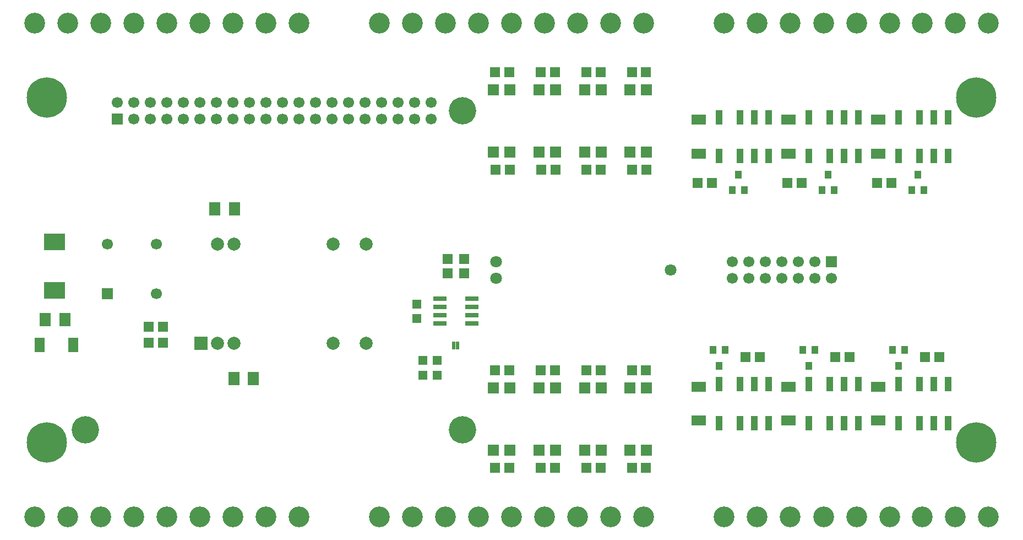
<source format=gts>
%FSLAX44Y44*%
%MOMM*%
G71*
G01*
G75*
G04 Layer_Color=8388736*
%ADD10R,1.3000X1.3000*%
%ADD11R,0.8500X1.0000*%
%ADD12R,0.8500X1.0000*%
%ADD13R,1.9998X1.3995*%
%ADD14R,1.9998X1.3995*%
%ADD15R,3.1000X2.3000*%
%ADD16R,1.6000X1.8000*%
%ADD17R,1.3000X1.3000*%
%ADD18R,1.8000X0.4995*%
%ADD19R,1.2700X1.2700*%
%ADD20R,1.2700X1.2700*%
%ADD21R,0.3000X1.0000*%
%ADD22R,1.5000X1.5000*%
%ADD23R,0.8000X2.0000*%
%ADD24R,1.3995X1.9998*%
%ADD25R,1.3995X1.9998*%
%ADD26C,0.3000*%
%ADD27C,0.4000*%
%ADD28C,0.5000*%
%ADD29C,0.2000*%
%ADD30C,1.5000*%
%ADD31C,3.0000*%
%ADD32R,1.5000X1.5000*%
%ADD33C,1.5000*%
%ADD34R,1.8000X1.8000*%
%ADD35C,1.8000*%
%ADD36C,1.6000*%
%ADD37C,6.0000*%
%ADD38C,4.0000*%
%ADD39C,0.8000*%
%ADD40C,0.2500*%
%ADD41C,0.2540*%
%ADD42C,0.1524*%
%ADD43C,0.0999*%
%ADD44R,1.0500X1.2000*%
%ADD45R,1.0500X1.2000*%
%ADD46R,2.1998X1.5995*%
%ADD47R,2.1998X1.5995*%
%ADD48R,3.3000X2.5000*%
%ADD49R,1.8000X2.0000*%
%ADD50R,2.0000X0.6995*%
%ADD51R,1.4700X1.4700*%
%ADD52R,1.4700X1.4700*%
%ADD53R,0.5000X1.2000*%
%ADD54R,1.7000X1.7000*%
%ADD55R,1.0000X2.2000*%
%ADD56R,1.5995X2.1998*%
%ADD57R,1.5995X2.1998*%
%ADD58C,3.2000*%
%ADD59R,1.7000X1.7000*%
%ADD60C,1.7000*%
%ADD61R,2.0000X2.0000*%
%ADD62C,2.0000*%
%ADD63C,6.2000*%
%ADD64C,4.2000*%
D22*
X1135230Y291000D02*
D03*
X1157230D02*
D03*
X1273230D02*
D03*
X1295230D02*
D03*
X1411230D02*
D03*
X1433230D02*
D03*
X239000Y338000D02*
D03*
X217000D02*
D03*
X239000Y313000D02*
D03*
X217000D02*
D03*
X960000Y271000D02*
D03*
X982000D02*
D03*
X890000D02*
D03*
X912000D02*
D03*
X820000D02*
D03*
X842000D02*
D03*
X750000D02*
D03*
X772000D02*
D03*
X750000Y121000D02*
D03*
X772000D02*
D03*
X960000D02*
D03*
X982000D02*
D03*
X820000D02*
D03*
X842000D02*
D03*
X890000D02*
D03*
X912000D02*
D03*
X1082770Y559000D02*
D03*
X1060770D02*
D03*
X1220770D02*
D03*
X1198770D02*
D03*
X1358770D02*
D03*
X1336770D02*
D03*
X842500Y579000D02*
D03*
X820500D02*
D03*
X772500D02*
D03*
X750500D02*
D03*
X912500D02*
D03*
X890500D02*
D03*
X982500D02*
D03*
X960500D02*
D03*
X750000Y729000D02*
D03*
X772000D02*
D03*
X820000D02*
D03*
X842000D02*
D03*
X890000D02*
D03*
X912000D02*
D03*
X960000D02*
D03*
X982000D02*
D03*
D32*
X702500Y420000D02*
D03*
Y442000D02*
D03*
X676500Y420000D02*
D03*
Y442000D02*
D03*
D35*
X1020000Y425000D02*
D03*
X751000Y412300D02*
D03*
Y437700D02*
D03*
D44*
X1103500Y302000D02*
D03*
X1094000Y278000D02*
D03*
X1241500Y302000D02*
D03*
X1232000Y278000D02*
D03*
X1379500Y302000D02*
D03*
X1370000Y278000D02*
D03*
X1114500Y548000D02*
D03*
X1124000Y572000D02*
D03*
X1252500Y548000D02*
D03*
X1262000Y572000D02*
D03*
X1390500Y548000D02*
D03*
X1400000Y572000D02*
D03*
D45*
X1084500Y302000D02*
D03*
X1222500D02*
D03*
X1360500D02*
D03*
X1133500Y548000D02*
D03*
X1271500D02*
D03*
X1409500D02*
D03*
D46*
X1201000Y656000D02*
D03*
X1339000D02*
D03*
X1063000Y246000D02*
D03*
X1201000D02*
D03*
X1339000D02*
D03*
X1063000Y656000D02*
D03*
D47*
X1201000Y604049D02*
D03*
X1339000D02*
D03*
X1063000Y194049D02*
D03*
X1201000D02*
D03*
X1339000D02*
D03*
X1063000Y604049D02*
D03*
D48*
X72000Y468000D02*
D03*
Y394000D02*
D03*
D49*
X349000Y519000D02*
D03*
X319000D02*
D03*
X348000Y258000D02*
D03*
X378000D02*
D03*
X88000Y349000D02*
D03*
X58000D02*
D03*
D50*
X664999Y343000D02*
D03*
Y355700D02*
D03*
Y368400D02*
D03*
Y381100D02*
D03*
X714000D02*
D03*
Y368400D02*
D03*
Y355700D02*
D03*
Y343000D02*
D03*
D51*
X629000Y372336D02*
D03*
Y351000D02*
D03*
D52*
X639000Y286000D02*
D03*
X660336D02*
D03*
X639000Y263000D02*
D03*
X660336D02*
D03*
D53*
X692000Y309000D02*
D03*
X686000D02*
D03*
D54*
X747300Y148000D02*
D03*
X772700D02*
D03*
Y244000D02*
D03*
X747300D02*
D03*
X957300Y148000D02*
D03*
X982700D02*
D03*
Y244000D02*
D03*
X957300D02*
D03*
X887300Y148000D02*
D03*
X912700D02*
D03*
Y244000D02*
D03*
X887300D02*
D03*
X817300Y148000D02*
D03*
X842700D02*
D03*
Y244000D02*
D03*
X817300D02*
D03*
X772700Y702000D02*
D03*
X747300D02*
D03*
Y606000D02*
D03*
X772700D02*
D03*
X842700Y702000D02*
D03*
X817300D02*
D03*
Y606000D02*
D03*
X842700D02*
D03*
X912700Y702000D02*
D03*
X887300D02*
D03*
Y606000D02*
D03*
X912700D02*
D03*
X982700Y702000D02*
D03*
X957300D02*
D03*
Y606000D02*
D03*
X982700D02*
D03*
X168700Y657300D02*
D03*
X1267200Y437700D02*
D03*
D55*
X1094000Y190000D02*
D03*
X1126000D02*
D03*
X1148000D02*
D03*
X1170000D02*
D03*
Y250000D02*
D03*
X1148000D02*
D03*
X1126000D02*
D03*
X1094000D02*
D03*
X1232000Y190000D02*
D03*
X1264000D02*
D03*
X1286000D02*
D03*
X1308000D02*
D03*
Y250000D02*
D03*
X1286000D02*
D03*
X1264000D02*
D03*
X1232000D02*
D03*
X1370000Y190000D02*
D03*
X1402000D02*
D03*
X1424000D02*
D03*
X1446000D02*
D03*
Y250000D02*
D03*
X1424000D02*
D03*
X1402000D02*
D03*
X1370000D02*
D03*
X1094000Y600000D02*
D03*
X1126000D02*
D03*
X1148000D02*
D03*
X1170000D02*
D03*
Y660000D02*
D03*
X1148000D02*
D03*
X1126000D02*
D03*
X1094000D02*
D03*
X1232000Y600000D02*
D03*
X1264000D02*
D03*
X1286000D02*
D03*
X1308000D02*
D03*
Y660000D02*
D03*
X1286000D02*
D03*
X1264000D02*
D03*
X1232000D02*
D03*
X1370000Y600000D02*
D03*
X1402000D02*
D03*
X1424000D02*
D03*
X1446000D02*
D03*
Y660000D02*
D03*
X1424000D02*
D03*
X1402000D02*
D03*
X1370000D02*
D03*
D56*
X49049Y310000D02*
D03*
D57*
X101000D02*
D03*
D58*
X1203300Y46000D02*
D03*
X1101700D02*
D03*
X1152500D02*
D03*
X1356700D02*
D03*
X1255100D02*
D03*
X1305900D02*
D03*
X1508100D02*
D03*
X1406500D02*
D03*
X1457300D02*
D03*
X1406500Y804000D02*
D03*
X1508100D02*
D03*
X1457300D02*
D03*
X1255100D02*
D03*
X1356700D02*
D03*
X1305900D02*
D03*
X1101700D02*
D03*
X1203300D02*
D03*
X1152500D02*
D03*
X346700D02*
D03*
X448300D02*
D03*
X397500D02*
D03*
X194300D02*
D03*
X295900D02*
D03*
X245100D02*
D03*
X41900D02*
D03*
X143500D02*
D03*
X92700D02*
D03*
X448300Y46000D02*
D03*
X346700D02*
D03*
X397500D02*
D03*
X295900D02*
D03*
X194300D02*
D03*
X245100D02*
D03*
X143500D02*
D03*
X41900D02*
D03*
X92700D02*
D03*
X978200D02*
D03*
X876600D02*
D03*
X927400D02*
D03*
X825800D02*
D03*
X724200D02*
D03*
X775000D02*
D03*
X673400D02*
D03*
X571800D02*
D03*
X622600D02*
D03*
X571800Y804000D02*
D03*
X673400D02*
D03*
X622600D02*
D03*
X724200D02*
D03*
X825800D02*
D03*
X775000D02*
D03*
X876600D02*
D03*
X978200D02*
D03*
X927400D02*
D03*
D59*
X153500Y388900D02*
D03*
D60*
X228500D02*
D03*
Y465100D02*
D03*
X153500D02*
D03*
X194100Y657300D02*
D03*
X244900D02*
D03*
X219500D02*
D03*
X295700D02*
D03*
X270300D02*
D03*
X346500D02*
D03*
X321100D02*
D03*
X219500Y682700D02*
D03*
X270300D02*
D03*
X244900D02*
D03*
X194100D02*
D03*
X168700D02*
D03*
X295700D02*
D03*
X371900Y657300D02*
D03*
X321100Y682700D02*
D03*
X371900D02*
D03*
X346500D02*
D03*
X473500Y657300D02*
D03*
X524300D02*
D03*
X498900D02*
D03*
X397300D02*
D03*
X448100D02*
D03*
X422700D02*
D03*
X549700D02*
D03*
X575100D02*
D03*
X625900D02*
D03*
X651300D02*
D03*
X473500Y682700D02*
D03*
X524300D02*
D03*
X498900D02*
D03*
X397300D02*
D03*
X448100D02*
D03*
X422700D02*
D03*
X549700D02*
D03*
X600500Y657300D02*
D03*
X575100Y682700D02*
D03*
X625900D02*
D03*
X600500D02*
D03*
X651300D02*
D03*
X1114800Y412300D02*
D03*
Y437700D02*
D03*
X1140200Y412300D02*
D03*
Y437700D02*
D03*
X1165600Y412300D02*
D03*
Y437700D02*
D03*
X1191000Y412300D02*
D03*
Y437700D02*
D03*
X1216400Y412300D02*
D03*
Y437700D02*
D03*
X1241800Y412300D02*
D03*
Y437700D02*
D03*
X1267200Y412300D02*
D03*
D61*
X297300Y312800D02*
D03*
D62*
X322700D02*
D03*
X348100D02*
D03*
X500500D02*
D03*
X551300D02*
D03*
Y465200D02*
D03*
X500500D02*
D03*
X348100D02*
D03*
X322700D02*
D03*
D63*
X1490000Y160000D02*
D03*
Y690000D02*
D03*
X60000Y160000D02*
D03*
Y690000D02*
D03*
D64*
X700000Y670000D02*
D03*
X120000Y180000D02*
D03*
X700000D02*
D03*
M02*

</source>
